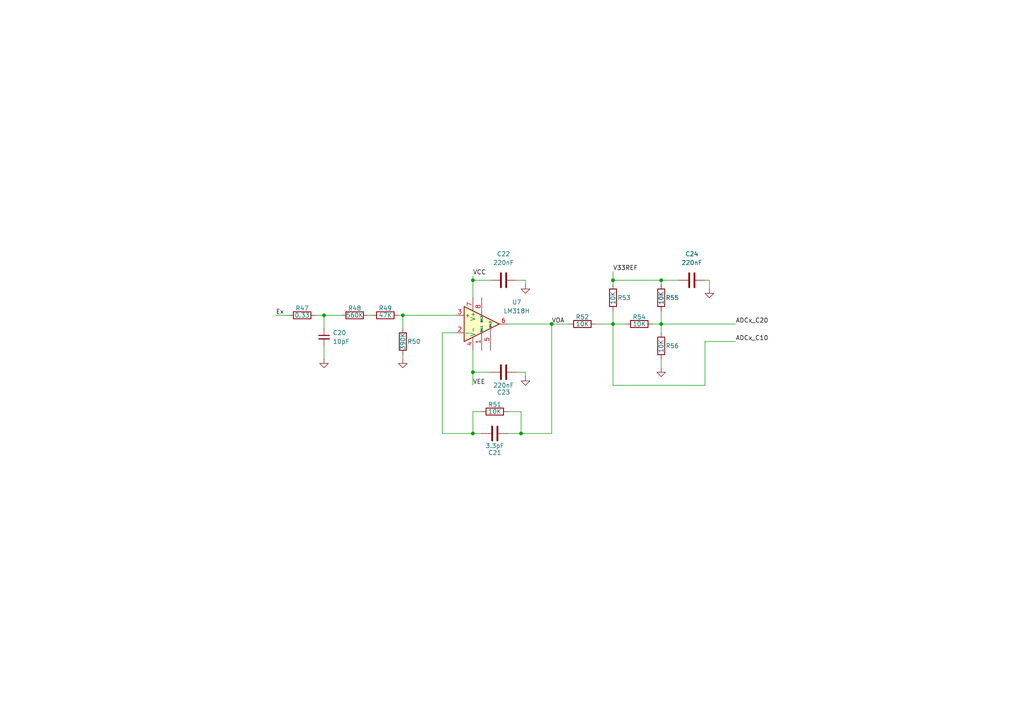
<source format=kicad_sch>
(kicad_sch (version 20231120) (generator "eeschema") (generator_version "8.0")
  (paper "A4")
  (lib_symbols
    (symbol "Amplifier_Operational:LM318H" (pin_names (offset 0.127))
      (property "Reference" "U" (at 3.81 3.81 0))
      (property "Value" "LM318H" (at 3.81 -3.81 0))
      (symbol "LM318H_0_1"
        (polyline (pts (xy 5.08 0) (xy -5.08 5.08) (xy -5.08 -5.08) (xy 5.08 0)) (stroke (width 0.254)) (fill (type background)))
      )
      (symbol "LM318H_1_1"
        (pin passive line (at 0 -7.62 90) (length 5.08) (name "BAL1") (number "1"))
        (pin input line (at -7.62 -2.54 0) (length 2.54) (name "-") (number "2"))
        (pin input line (at -7.62 2.54 0) (length 2.54) (name "+") (number "3"))
        (pin power_in line (at -2.54 -7.62 90) (length 3.81) (name "V-") (number "4"))
        (pin passive line (at 2.54 -7.62 90) (length 6.35) (name "BAL3") (number "5"))
        (pin output line (at 7.62 0 180) (length 2.54) (name "~") (number "6"))
        (pin power_in line (at -2.54 7.62 270) (length 3.81) (name "V+") (number "7"))
        (pin passive line (at 0 7.62 270) (length 5.08) (name "BAL2") (number "8"))
      )
    )
    (symbol "Device:C" (pin_numbers hide) (pin_names (offset 0.254))
      (property "Reference" "C" (at 0.635 2.54 0))
      (property "Value" "C" (at 0.635 -2.54 0))
      (symbol "C_0_1"
        (polyline (pts (xy -2.032 -0.762) (xy 2.032 -0.762)) (stroke (width 0.508)))
        (polyline (pts (xy -2.032 0.762) (xy 2.032 0.762)) (stroke (width 0.508)))
      )
      (symbol "C_1_1"
        (pin passive line (at 0 3.81 270) (length 2.794) (name "~") (number "1"))
        (pin passive line (at 0 -3.81 90) (length 2.794) (name "~") (number "2"))
      )
    )
    (symbol "Device:C_Small" (pin_numbers hide) (pin_names (offset 0.254) hide)
      (property "Reference" "C" (at 0.254 1.778 0))
      (property "Value" "C_Small" (at 0.254 -2.032 0))
      (symbol "C_Small_0_1"
        (polyline (pts (xy -1.524 -0.508) (xy 1.524 -0.508)) (stroke (width 0.3302)))
        (polyline (pts (xy -1.524 0.508) (xy 1.524 0.508)) (stroke (width 0.3048)))
      )
      (symbol "C_Small_1_1"
        (pin passive line (at 0 2.54 270) (length 2.032) (name "~") (number "1"))
        (pin passive line (at 0 -2.54 90) (length 2.032) (name "~") (number "2"))
      )
    )
    (symbol "Device:R" (pin_numbers hide) (pin_names (offset 0))
      (property "Reference" "R" (at 2.032 0 90))
      (property "Value" "R" (at 0 0 90))
      (symbol "R_0_1"
        (rectangle (start -1.016 -2.54) (end 1.016 2.54) (stroke (width 0.254)))
      )
      (symbol "R_1_1"
        (pin passive line (at 0 3.81 270) (length 1.27) (name "~") (number "1"))
        (pin passive line (at 0 -3.81 90) (length 1.27) (name "~") (number "2"))
      )
    )
    (symbol "power:GND" (power) (pin_numbers hide) (pin_names (offset 0) hide)
      (property "Value" "GND" (at 0 -3.81 0))
      (symbol "GND_0_1"
        (polyline (pts (xy 0 0) (xy 0 -1.27) (xy 1.27 -1.27) (xy 0 -2.54) (xy -1.27 -1.27) (xy 0 -1.27)))
      )
      (symbol "GND_1_1"
        (pin power_in line (at 0 0 270) (length 0) (name "~") (number "1"))
      )
    )
  )
  (junction (at 191.77 93.98))
  (junction (at 137.16 81.28))
  (junction (at 177.8 81.28))
  (junction (at 116.84 91.44))
  (junction (at 160.02 93.98))
  (junction (at 151.13 125.73))
  (junction (at 137.16 107.95))
  (junction (at 191.77 81.28))
  (junction (at 93.98 91.44))
  (junction (at 177.8 93.98))
  (junction (at 137.16 125.73))
  (wire (pts (xy 205.74 83.82) (xy 205.74 81.28)))
  (wire (pts (xy 137.16 81.28) (xy 142.24 81.28)))
  (wire (pts (xy 205.74 81.28) (xy 204.47 81.28)))
  (wire (pts (xy 177.8 111.76) (xy 177.8 93.98)))
  (wire (pts (xy 93.98 100.33) (xy 93.98 104.14)))
  (wire (pts (xy 160.02 125.73) (xy 151.13 125.73)))
  (wire (pts (xy 191.77 81.28) (xy 196.85 81.28)))
  (wire (pts (xy 128.27 125.73) (xy 137.16 125.73)))
  (wire (pts (xy 213.36 99.06) (xy 204.47 99.06)))
  (wire (pts (xy 152.4 82.55) (xy 152.4 81.28)))
  (wire (pts (xy 177.8 81.28) (xy 191.77 81.28)))
  (wire (pts (xy 177.8 78.74) (xy 177.8 81.28)))
  (wire (pts (xy 177.8 81.28) (xy 177.8 82.55)))
  (wire (pts (xy 132.08 96.52) (xy 128.27 96.52)))
  (wire (pts (xy 128.27 96.52) (xy 128.27 125.73)))
  (wire (pts (xy 191.77 93.98) (xy 189.23 93.98)))
  (wire (pts (xy 137.16 107.95) (xy 137.16 111.76)))
  (wire (pts (xy 137.16 107.95) (xy 137.16 101.6)))
  (wire (pts (xy 191.77 82.55) (xy 191.77 81.28)))
  (wire (pts (xy 177.8 93.98) (xy 181.61 93.98)))
  (wire (pts (xy 91.44 91.44) (xy 93.98 91.44)))
  (wire (pts (xy 177.8 90.17) (xy 177.8 93.98)))
  (wire (pts (xy 116.84 102.87) (xy 116.84 104.14)))
  (wire (pts (xy 93.98 91.44) (xy 99.06 91.44)))
  (wire (pts (xy 149.86 81.28) (xy 152.4 81.28)))
  (wire (pts (xy 191.77 90.17) (xy 191.77 93.98)))
  (wire (pts (xy 160.02 93.98) (xy 160.02 125.73)))
  (wire (pts (xy 142.24 107.95) (xy 137.16 107.95)))
  (wire (pts (xy 137.16 81.28) (xy 137.16 86.36)))
  (wire (pts (xy 147.32 119.38) (xy 151.13 119.38)))
  (wire (pts (xy 191.77 93.98) (xy 191.77 96.52)))
  (wire (pts (xy 137.16 119.38) (xy 137.16 125.73)))
  (wire (pts (xy 139.7 119.38) (xy 137.16 119.38)))
  (wire (pts (xy 106.68 91.44) (xy 107.95 91.44)))
  (wire (pts (xy 151.13 119.38) (xy 151.13 125.73)))
  (wire (pts (xy 204.47 99.06) (xy 204.47 111.76)))
  (wire (pts (xy 191.77 93.98) (xy 213.36 93.98)))
  (wire (pts (xy 177.8 93.98) (xy 172.72 93.98)))
  (wire (pts (xy 191.77 104.14) (xy 191.77 106.68)))
  (wire (pts (xy 116.84 91.44) (xy 132.08 91.44)))
  (wire (pts (xy 115.57 91.44) (xy 116.84 91.44)))
  (wire (pts (xy 160.02 93.98) (xy 165.1 93.98)))
  (wire (pts (xy 80.01 91.44) (xy 83.82 91.44)))
  (wire (pts (xy 147.32 93.98) (xy 160.02 93.98)))
  (wire (pts (xy 152.4 109.22) (xy 152.4 107.95)))
  (wire (pts (xy 137.16 125.73) (xy 139.7 125.73)))
  (wire (pts (xy 93.98 91.44) (xy 93.98 95.25)))
  (wire (pts (xy 151.13 125.73) (xy 147.32 125.73)))
  (wire (pts (xy 137.16 80.01) (xy 137.16 81.28)))
  (wire (pts (xy 116.84 91.44) (xy 116.84 95.25)))
  (wire (pts (xy 149.86 107.95) (xy 152.4 107.95)))
  (wire (pts (xy 204.47 111.76) (xy 177.8 111.76)))
  (label "ADCx_C20" (at 213.36 93.98 0))
  (label "VEE" (at 137.16 111.76 0))
  (label "Ex" (at 80.01 91.44 0))
  (label "VOA" (at 160.02 93.98 0))
  (label "ADCx_C10" (at 213.36 99.06 0))
  (label "V33REF" (at 177.8 78.74 0))
  (label "VCC" (at 137.16 80.01 0))
  (symbol (lib_id "power:GND") (at 191.77 106.68 0) (unit 1)
    (property "Reference" "#PWR035" (effects (hide yes)))
    (property "Value" "GND" (effects (hide yes)))
    (property "Description" "Power symbol creates a global label with name \"GND\" , ground" (effects (hide yes)))
  )
  (symbol (lib_id "Device:C") (at 200.66 81.28 90) (unit 1)
    (property "Reference" "C24" (at 200.66 73.66 90))
    (property "Value" "220nF" (at 200.66 76.2 90))
    (property "Description" "Unpolarized capacitor" (effects (hide yes)))
  )
  (symbol (lib_id "Device:C") (at 146.05 107.95 90) (unit 1)
    (property "Reference" "C23" (at 146.05 113.792 90))
    (property "Value" "220nF" (at 146.05 111.76 90))
    (property "Description" "Unpolarized capacitor" (effects (hide yes)))
  )
  (symbol (lib_id "Device:R") (at 111.76 91.44 90) (unit 1)
    (property "Reference" "R49" (at 111.76 89.408 90))
    (property "Value" "47K" (at 111.76 91.44 90))
    (property "Description" "Resistor" (effects (hide yes)))
  )
  (symbol (lib_id "Amplifier_Operational:LM318H") (at 139.7 93.98 0) (unit 1)
    (property "Reference" "U7" (at 149.86 87.6614 0))
    (property "Value" "LM318H" (at 149.86 90.2014 0))
    (property "Datasheet" "http://www.ti.com/lit/ds/symlink/lm318-n.pdf" (effects (hide yes)))
    (property "Description" "Operational Amplifier, TO-99-8" (effects (hide yes)))
  )
  (symbol (lib_id "Device:C") (at 143.51 125.73 90) (unit 1)
    (property "Reference" "C21" (at 143.51 131.318 90))
    (property "Value" "3.3pF" (at 143.51 129.286 90))
    (property "Description" "Unpolarized capacitor" (effects (hide yes)))
  )
  (symbol (lib_id "power:GND") (at 152.4 109.22 0) (unit 1)
    (property "Reference" "#PWR034" (effects (hide yes)))
    (property "Value" "GND" (effects (hide yes)))
    (property "Description" "Power symbol creates a global label with name \"GND\" , ground" (effects (hide yes)))
  )
  (symbol (lib_id "power:GND") (at 205.74 83.82 0) (unit 1)
    (property "Reference" "#PWR036" (effects (hide yes)))
    (property "Value" "GND" (effects (hide yes)))
    (property "Description" "Power symbol creates a global label with name \"GND\" , ground" (effects (hide yes)))
  )
  (symbol (lib_id "Device:R") (at 191.77 100.33 0) (unit 1)
    (property "Reference" "R56" (at 193.04 100.33 0) (effects (justify left)))
    (property "Value" "10K" (at 191.77 102.362 90) (effects (justify left)))
    (property "Description" "Resistor" (effects (hide yes)))
  )
  (symbol (lib_id "Device:R") (at 177.8 86.36 0) (unit 1)
    (property "Reference" "R53" (at 179.07 86.36 0) (effects (justify left)))
    (property "Value" "10K" (at 177.8 88.392 90) (effects (justify left)))
    (property "Description" "Resistor" (effects (hide yes)))
  )
  (symbol (lib_id "power:GND") (at 152.4 82.55 0) (unit 1)
    (property "Reference" "#PWR033" (effects (hide yes)))
    (property "Value" "GND" (effects (hide yes)))
    (property "Description" "Power symbol creates a global label with name \"GND\" , ground" (effects (hide yes)))
  )
  (symbol (lib_id "Device:C_Small") (at 93.98 97.79 0) (unit 1)
    (property "Reference" "C20" (at 96.52 96.5262 0) (effects (justify left)))
    (property "Value" "10pF" (at 96.52 99.0662 0) (effects (justify left)))
    (property "Description" "Unpolarized capacitor, small symbol" (effects (hide yes)))
  )
  (symbol (lib_id "Device:R") (at 191.77 86.36 0) (unit 1)
    (property "Reference" "R55" (at 193.04 86.36 0) (effects (justify left)))
    (property "Value" "10K" (at 191.77 88.392 90) (effects (justify left)))
    (property "Description" "Resistor" (effects (hide yes)))
  )
  (symbol (lib_id "Device:R") (at 87.63 91.44 90) (unit 1)
    (property "Reference" "R47" (at 87.63 89.408 90))
    (property "Value" "0.33" (at 87.63 91.44 90))
    (property "Description" "Resistor" (effects (hide yes)))
  )
  (symbol (lib_id "Device:R") (at 102.87 91.44 90) (unit 1)
    (property "Reference" "R48" (at 102.87 89.408 90))
    (property "Value" "560K" (at 102.87 91.44 90))
    (property "Description" "Resistor" (effects (hide yes)))
  )
  (symbol (lib_id "Device:R") (at 116.84 99.06 0) (unit 1)
    (property "Reference" "R50" (at 118.11 99.06 0) (effects (justify left)))
    (property "Value" "390K" (at 116.84 101.6 90) (effects (justify left)))
    (property "Description" "Resistor" (effects (hide yes)))
  )
  (symbol (lib_id "Device:R") (at 143.51 119.38 90) (unit 1)
    (property "Reference" "R51" (at 143.51 117.348 90))
    (property "Value" "10K" (at 143.51 119.38 90))
    (property "Description" "Resistor" (effects (hide yes)))
  )
  (symbol (lib_id "power:GND") (at 116.84 104.14 0) (unit 1)
    (property "Reference" "#PWR032" (effects (hide yes)))
    (property "Value" "GND" (effects (hide yes)))
    (property "Description" "Power symbol creates a global label with name \"GND\" , ground" (effects (hide yes)))
  )
  (symbol (lib_id "power:GND") (at 93.98 104.14 0) (unit 1)
    (property "Reference" "#PWR031" (effects (hide yes)))
    (property "Value" "GND" (effects (hide yes)))
    (property "Description" "Power symbol creates a global label with name \"GND\" , ground" (effects (hide yes)))
  )
  (symbol (lib_id "Device:R") (at 168.91 93.98 90) (unit 1)
    (property "Reference" "R52" (at 168.91 91.948 90))
    (property "Value" "10K" (at 168.91 93.98 90))
    (property "Description" "Resistor" (effects (hide yes)))
  )
  (symbol (lib_id "Device:C") (at 146.05 81.28 90) (unit 1)
    (property "Reference" "C22" (at 146.05 73.66 90))
    (property "Value" "220nF" (at 146.05 76.2 90))
    (property "Description" "Unpolarized capacitor" (effects (hide yes)))
  )
  (symbol (lib_id "Device:R") (at 185.42 93.98 90) (unit 1)
    (property "Reference" "R54" (at 185.42 91.948 90))
    (property "Value" "10K" (at 185.42 93.98 90))
    (property "Description" "Resistor" (effects (hide yes)))
  )
)
</source>
